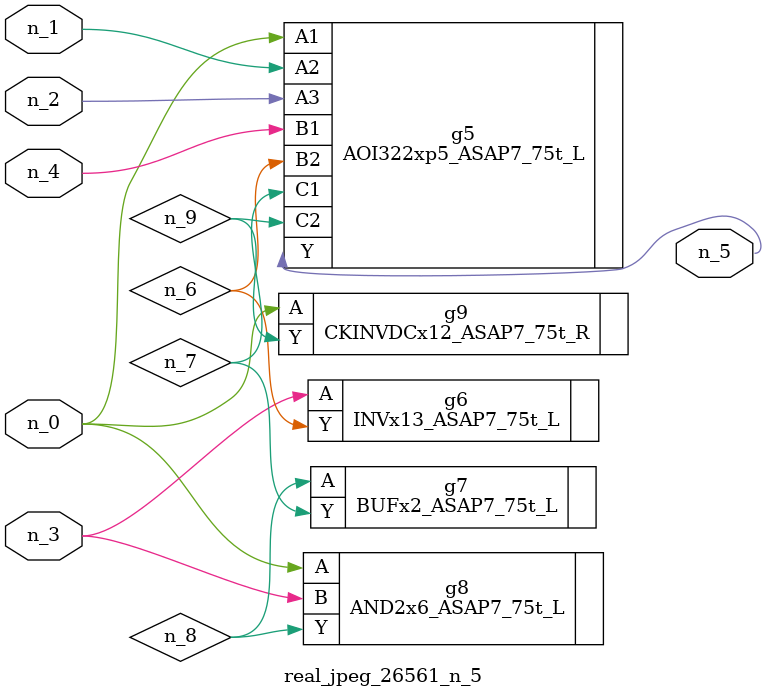
<source format=v>
module real_jpeg_26561_n_5 (n_4, n_0, n_1, n_2, n_3, n_5);

input n_4;
input n_0;
input n_1;
input n_2;
input n_3;

output n_5;

wire n_8;
wire n_6;
wire n_7;
wire n_9;

AOI322xp5_ASAP7_75t_L g5 ( 
.A1(n_0),
.A2(n_1),
.A3(n_2),
.B1(n_4),
.B2(n_6),
.C1(n_7),
.C2(n_9),
.Y(n_5)
);

AND2x6_ASAP7_75t_L g8 ( 
.A(n_0),
.B(n_3),
.Y(n_8)
);

CKINVDCx12_ASAP7_75t_R g9 ( 
.A(n_0),
.Y(n_9)
);

INVx13_ASAP7_75t_L g6 ( 
.A(n_3),
.Y(n_6)
);

BUFx2_ASAP7_75t_L g7 ( 
.A(n_8),
.Y(n_7)
);


endmodule
</source>
